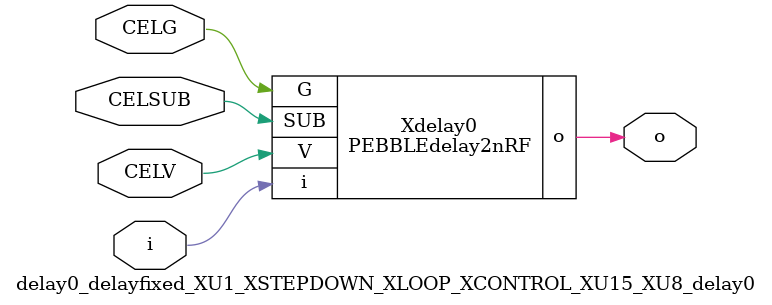
<source format=v>



module PEBBLEdelay2nRF ( o, V, G, i, SUB );

  input V;
  input i;
  input G;
  output o;
  input SUB;
endmodule

//Celera Confidential Do Not Copy delay0_delayfixed_XU1_XSTEPDOWN_XLOOP_XCONTROL_XU15_XU8_delay0
//TYPE: fixed 2ns
module delay0_delayfixed_XU1_XSTEPDOWN_XLOOP_XCONTROL_XU15_XU8_delay0 (i, CELV, o,
CELG,CELSUB);
input CELV;
input i;
output o;
input CELSUB;
input CELG;

//Celera Confidential Do Not Copy delayfast0
PEBBLEdelay2nRF Xdelay0(
.V (CELV),
.i (i),
.o (o),
.G (CELG),
.SUB (CELSUB)
);
//,diesize,PEBBLEdelay2nRF

//Celera Confidential Do Not Copy Module End
//Celera Schematic Generator
endmodule

</source>
